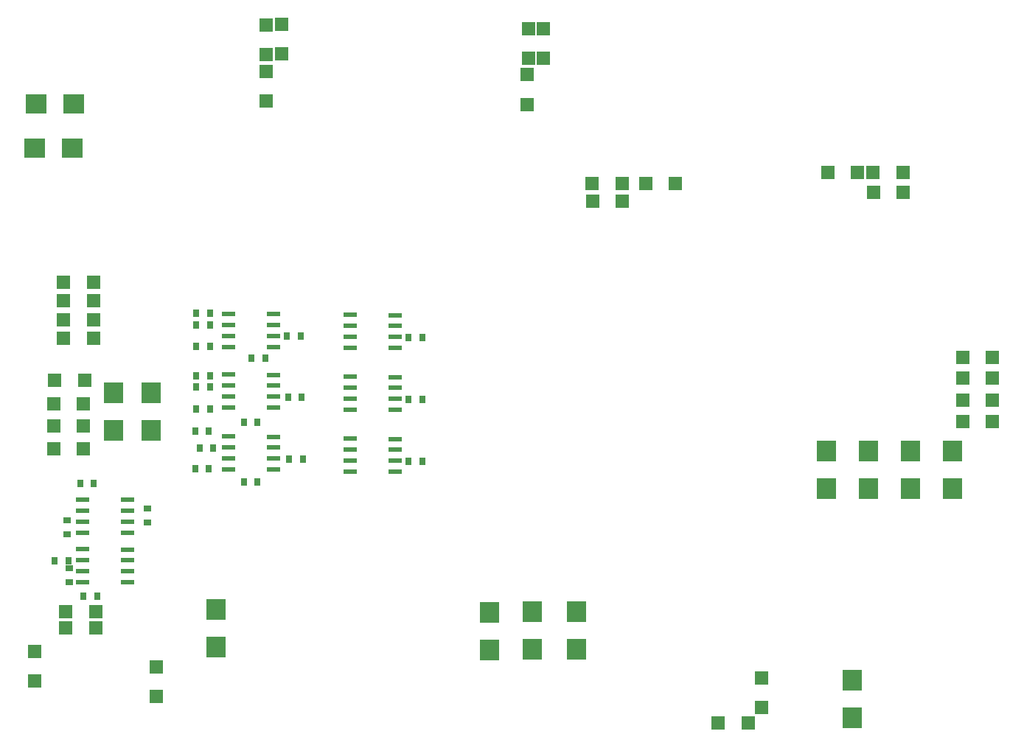
<source format=gtp>
G04 Layer_Color=8421504*
%FSLAX23Y23*%
%MOIN*%
G70*
G01*
G75*
%ADD10R,0.060X0.024*%
%ADD11R,0.031X0.034*%
%ADD12R,0.064X0.064*%
%ADD13R,0.064X0.064*%
%ADD14R,0.034X0.031*%
%ADD15R,0.085X0.096*%
%ADD16R,0.096X0.085*%
D10*
X3664Y3446D02*
D03*
Y3496D02*
D03*
Y3546D02*
D03*
Y3595D02*
D03*
X3460Y3596D02*
D03*
Y3546D02*
D03*
Y3496D02*
D03*
Y3446D02*
D03*
X3664Y3671D02*
D03*
Y3721D02*
D03*
Y3771D02*
D03*
Y3820D02*
D03*
X3460Y3821D02*
D03*
Y3771D02*
D03*
Y3721D02*
D03*
Y3671D02*
D03*
X4874Y3946D02*
D03*
Y3996D02*
D03*
Y4046D02*
D03*
Y4095D02*
D03*
X4670Y4096D02*
D03*
Y4046D02*
D03*
Y3996D02*
D03*
Y3946D02*
D03*
X4874Y4226D02*
D03*
Y4276D02*
D03*
Y4326D02*
D03*
Y4375D02*
D03*
X4670Y4376D02*
D03*
Y4326D02*
D03*
Y4276D02*
D03*
Y4226D02*
D03*
X4874Y4506D02*
D03*
Y4556D02*
D03*
Y4606D02*
D03*
Y4655D02*
D03*
X4670Y4656D02*
D03*
Y4606D02*
D03*
Y4556D02*
D03*
Y4506D02*
D03*
X4120Y4286D02*
D03*
Y4236D02*
D03*
Y4336D02*
D03*
Y4386D02*
D03*
X4324Y4336D02*
D03*
Y4385D02*
D03*
Y4236D02*
D03*
Y4286D02*
D03*
X4120Y4561D02*
D03*
Y4511D02*
D03*
Y4611D02*
D03*
Y4661D02*
D03*
X4324Y4611D02*
D03*
Y4660D02*
D03*
Y4511D02*
D03*
Y4561D02*
D03*
X4120Y4006D02*
D03*
Y3956D02*
D03*
Y4056D02*
D03*
Y4106D02*
D03*
X4324Y4056D02*
D03*
Y4105D02*
D03*
Y3956D02*
D03*
Y4006D02*
D03*
D11*
X4934Y3995D02*
D03*
X4996D02*
D03*
X4934Y4275D02*
D03*
X4996D02*
D03*
X4934Y4555D02*
D03*
X4996D02*
D03*
X3449Y3895D02*
D03*
X3511D02*
D03*
X4224Y4460D02*
D03*
X4286D02*
D03*
X4036Y4665D02*
D03*
X3974D02*
D03*
X4036Y4610D02*
D03*
X3974D02*
D03*
Y4515D02*
D03*
X4036D02*
D03*
Y4380D02*
D03*
X3974D02*
D03*
X4036Y4330D02*
D03*
X3974D02*
D03*
Y4230D02*
D03*
X4036D02*
D03*
X4031Y4130D02*
D03*
X3969D02*
D03*
X4051Y4055D02*
D03*
X3989D02*
D03*
X3969Y3960D02*
D03*
X4031D02*
D03*
X4189Y3900D02*
D03*
X4251D02*
D03*
X4189Y4170D02*
D03*
X4251D02*
D03*
X4384Y4560D02*
D03*
X4446D02*
D03*
X4394Y4005D02*
D03*
X4456D02*
D03*
X4389Y4285D02*
D03*
X4451D02*
D03*
X3334Y3545D02*
D03*
X3396D02*
D03*
X3464Y3385D02*
D03*
X3526D02*
D03*
D12*
X5545Y5950D02*
D03*
Y5816D02*
D03*
X5478Y5950D02*
D03*
Y5816D02*
D03*
X5470Y5743D02*
D03*
Y5609D02*
D03*
X3245Y3001D02*
D03*
Y3135D02*
D03*
X3795Y2930D02*
D03*
Y3064D02*
D03*
X6530Y3015D02*
D03*
Y2881D02*
D03*
X4360Y5970D02*
D03*
Y5836D02*
D03*
X4290Y5759D02*
D03*
Y5625D02*
D03*
Y5969D02*
D03*
Y5835D02*
D03*
D13*
X6964Y5300D02*
D03*
X6830D02*
D03*
X3469Y4360D02*
D03*
X3335D02*
D03*
X6469Y2810D02*
D03*
X6335D02*
D03*
X3509Y4805D02*
D03*
X3375D02*
D03*
X3509Y4720D02*
D03*
X3375D02*
D03*
X3509Y4635D02*
D03*
X3375D02*
D03*
X3509Y4550D02*
D03*
X3375D02*
D03*
X6006Y5250D02*
D03*
X6140D02*
D03*
X5765D02*
D03*
X5899D02*
D03*
X5766Y5170D02*
D03*
X5900D02*
D03*
X7170Y5210D02*
D03*
X7036D02*
D03*
X7169Y5300D02*
D03*
X7035D02*
D03*
X7441Y4465D02*
D03*
X7575D02*
D03*
X7441Y4370D02*
D03*
X7575D02*
D03*
X7441Y4270D02*
D03*
X7575D02*
D03*
X7441Y4175D02*
D03*
X7575D02*
D03*
X3330Y4050D02*
D03*
X3464D02*
D03*
X3330Y4155D02*
D03*
X3464D02*
D03*
X3330Y4255D02*
D03*
X3464D02*
D03*
X3385Y3315D02*
D03*
X3519D02*
D03*
X3385Y3240D02*
D03*
X3519D02*
D03*
D14*
X3755Y3719D02*
D03*
Y3781D02*
D03*
X3390Y3726D02*
D03*
Y3664D02*
D03*
X3400Y3449D02*
D03*
Y3511D02*
D03*
D15*
X5695Y3315D02*
D03*
Y3145D02*
D03*
X5495Y3315D02*
D03*
Y3145D02*
D03*
X5300Y3310D02*
D03*
Y3140D02*
D03*
X4065Y3155D02*
D03*
Y3325D02*
D03*
X6940Y2835D02*
D03*
Y3005D02*
D03*
X7395Y3870D02*
D03*
Y4040D02*
D03*
X7205Y3870D02*
D03*
Y4040D02*
D03*
X7015Y3870D02*
D03*
Y4040D02*
D03*
X6825Y3870D02*
D03*
Y4040D02*
D03*
X3600Y4135D02*
D03*
Y4305D02*
D03*
X3770Y4135D02*
D03*
Y4305D02*
D03*
D16*
X3245Y5410D02*
D03*
X3415D02*
D03*
X3250Y5610D02*
D03*
X3420D02*
D03*
M02*

</source>
